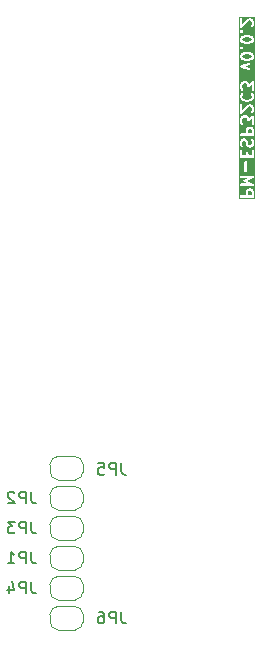
<source format=gbr>
%TF.GenerationSoftware,KiCad,Pcbnew,8.0.3-8.0.3-0~ubuntu22.04.1*%
%TF.CreationDate,2024-10-28T10:49:34+03:00*%
%TF.ProjectId,PM-ESPC3,504d2d45-5350-4433-932e-6b696361645f,rev?*%
%TF.SameCoordinates,Original*%
%TF.FileFunction,Legend,Bot*%
%TF.FilePolarity,Positive*%
%FSLAX46Y46*%
G04 Gerber Fmt 4.6, Leading zero omitted, Abs format (unit mm)*
G04 Created by KiCad (PCBNEW 8.0.3-8.0.3-0~ubuntu22.04.1) date 2024-10-28 10:49:34*
%MOMM*%
%LPD*%
G01*
G04 APERTURE LIST*
G04 Aperture macros list*
%AMFreePoly0*
4,1,19,0.500000,-0.750000,0.000000,-0.750000,0.000000,-0.744911,-0.071157,-0.744911,-0.207708,-0.704816,-0.327430,-0.627875,-0.420627,-0.520320,-0.479746,-0.390866,-0.500000,-0.250000,-0.500000,0.250000,-0.479746,0.390866,-0.420627,0.520320,-0.327430,0.627875,-0.207708,0.704816,-0.071157,0.744911,0.000000,0.744911,0.000000,0.750000,0.500000,0.750000,0.500000,-0.750000,0.500000,-0.750000,
$1*%
%AMFreePoly1*
4,1,19,0.000000,0.744911,0.071157,0.744911,0.207708,0.704816,0.327430,0.627875,0.420627,0.520320,0.479746,0.390866,0.500000,0.250000,0.500000,-0.250000,0.479746,-0.390866,0.420627,-0.520320,0.327430,-0.627875,0.207708,-0.704816,0.071157,-0.744911,0.000000,-0.744911,0.000000,-0.750000,-0.500000,-0.750000,-0.500000,0.750000,0.000000,0.750000,0.000000,0.744911,0.000000,0.744911,
$1*%
G04 Aperture macros list end*
%ADD10C,0.200000*%
%ADD11C,0.150000*%
%ADD12C,0.120000*%
%ADD13C,3.200000*%
%ADD14R,1.500000X1.500000*%
%ADD15C,1.500000*%
%ADD16O,1.000000X1.700000*%
%ADD17C,2.200000*%
%ADD18C,1.800000*%
%ADD19C,1.650000*%
%ADD20FreePoly0,0.000000*%
%ADD21FreePoly1,0.000000*%
%ADD22FreePoly0,180.000000*%
%ADD23FreePoly1,180.000000*%
G04 APERTURE END LIST*
D10*
G36*
X10551138Y5668005D02*
G01*
X10576915Y5643343D01*
X10607881Y5583704D01*
X10609128Y5323626D01*
X10283495Y5323012D01*
X10282269Y5578451D01*
X10311205Y5638598D01*
X10335867Y5664375D01*
X10395798Y5695492D01*
X10491645Y5696626D01*
X10551138Y5668005D01*
G37*
G36*
X10551138Y10906100D02*
G01*
X10576915Y10881438D01*
X10607881Y10821799D01*
X10609128Y10561721D01*
X10283495Y10561107D01*
X10282269Y10816546D01*
X10311205Y10876693D01*
X10335867Y10902470D01*
X10395798Y10933587D01*
X10491645Y10934721D01*
X10551138Y10906100D01*
G37*
G36*
X10476117Y17227906D02*
G01*
X10551138Y17191815D01*
X10576915Y17167153D01*
X10608140Y17107014D01*
X10608952Y17058549D01*
X10580544Y16999499D01*
X10555886Y16973726D01*
X10488326Y16938648D01*
X10320867Y16895196D01*
X10107376Y16893604D01*
X9939443Y16934003D01*
X9864420Y16970095D01*
X9838644Y16994755D01*
X9807419Y17054895D01*
X9806607Y17103360D01*
X9835014Y17162407D01*
X9859677Y17188185D01*
X9927232Y17223261D01*
X10094693Y17266713D01*
X10308183Y17268305D01*
X10476117Y17227906D01*
G37*
G36*
X10476117Y18656477D02*
G01*
X10551138Y18620386D01*
X10576915Y18595724D01*
X10608140Y18535585D01*
X10608952Y18487120D01*
X10580544Y18428070D01*
X10555886Y18402297D01*
X10488326Y18367219D01*
X10320867Y18323767D01*
X10107376Y18322175D01*
X9939443Y18362574D01*
X9864420Y18398666D01*
X9838644Y18423326D01*
X9807419Y18483466D01*
X9806607Y18531931D01*
X9835014Y18590978D01*
X9859677Y18616756D01*
X9927232Y18651832D01*
X10094693Y18695284D01*
X10308183Y18696876D01*
X10476117Y18656477D01*
G37*
G36*
X10918891Y5012700D02*
G01*
X9496669Y5012700D01*
X9496669Y5243320D01*
X9609701Y5243320D01*
X9609701Y5204302D01*
X9624633Y5168254D01*
X9652223Y5140664D01*
X9688271Y5125732D01*
X9707780Y5123811D01*
X10727289Y5125732D01*
X10763337Y5140664D01*
X10790927Y5168254D01*
X10805859Y5204302D01*
X10807780Y5223811D01*
X10806026Y5589351D01*
X10806995Y5592256D01*
X10805941Y5607081D01*
X10805859Y5624272D01*
X10804483Y5627593D01*
X10804229Y5631176D01*
X10797223Y5649485D01*
X10747880Y5744519D01*
X10743308Y5755559D01*
X10740152Y5759405D01*
X10739161Y5761313D01*
X10737163Y5763046D01*
X10730871Y5770712D01*
X10680770Y5818644D01*
X10673853Y5826620D01*
X10669703Y5829233D01*
X10668099Y5830767D01*
X10665659Y5831778D01*
X10657263Y5837063D01*
X10574245Y5877002D01*
X10572861Y5878386D01*
X10562111Y5882839D01*
X10543717Y5891688D01*
X10540133Y5891943D01*
X10536813Y5893318D01*
X10517304Y5895239D01*
X10389147Y5893723D01*
X10386954Y5894454D01*
X10374171Y5893546D01*
X10354938Y5893318D01*
X10351617Y5891943D01*
X10348034Y5891688D01*
X10329725Y5884682D01*
X10234691Y5835340D01*
X10223651Y5830767D01*
X10219805Y5827612D01*
X10217897Y5826620D01*
X10216164Y5824623D01*
X10208498Y5818330D01*
X10160566Y5768230D01*
X10152590Y5761312D01*
X10149977Y5757163D01*
X10148443Y5755558D01*
X10147432Y5753119D01*
X10142147Y5744722D01*
X10102208Y5661705D01*
X10100824Y5660320D01*
X10096371Y5649571D01*
X10087522Y5631176D01*
X10087267Y5627593D01*
X10085892Y5624272D01*
X10083971Y5604763D01*
X10085324Y5322639D01*
X9688271Y5321890D01*
X9652223Y5306958D01*
X9624633Y5279368D01*
X9609701Y5243320D01*
X9496669Y5243320D01*
X9496669Y6909986D01*
X9609701Y6909986D01*
X9609701Y6870968D01*
X9624633Y6834920D01*
X9652223Y6807330D01*
X9688271Y6792398D01*
X9707780Y6790477D01*
X10261769Y6791521D01*
X9955331Y6647629D01*
X9941643Y6642650D01*
X9938393Y6639675D01*
X9934340Y6637771D01*
X9924076Y6626563D01*
X9912868Y6616299D01*
X9910988Y6612272D01*
X9907989Y6608996D01*
X9902797Y6594720D01*
X9896367Y6580941D01*
X9896171Y6576501D01*
X9894654Y6572327D01*
X9895321Y6557144D01*
X9894654Y6541961D01*
X9896171Y6537788D01*
X9896367Y6533347D01*
X9902797Y6519569D01*
X9907989Y6505292D01*
X9910988Y6502017D01*
X9912868Y6497989D01*
X9924076Y6487726D01*
X9934340Y6476517D01*
X9939933Y6473204D01*
X9941643Y6471638D01*
X9944060Y6470759D01*
X9951206Y6466526D01*
X10260747Y6322969D01*
X9688271Y6321890D01*
X9652223Y6306958D01*
X9624633Y6279368D01*
X9609701Y6243320D01*
X9609701Y6204302D01*
X9624633Y6168254D01*
X9652223Y6140664D01*
X9688271Y6125732D01*
X9707780Y6123811D01*
X10706514Y6125693D01*
X10722963Y6124970D01*
X10725046Y6125728D01*
X10727289Y6125732D01*
X10743319Y6132373D01*
X10759632Y6138304D01*
X10761277Y6139811D01*
X10763337Y6140664D01*
X10775598Y6152926D01*
X10788408Y6164656D01*
X10789352Y6166680D01*
X10790927Y6168254D01*
X10797561Y6184270D01*
X10804908Y6200013D01*
X10805005Y6202243D01*
X10805859Y6204302D01*
X10805859Y6221654D01*
X10806621Y6238994D01*
X10805859Y6241090D01*
X10805859Y6243320D01*
X10799218Y6259351D01*
X10793287Y6275663D01*
X10791780Y6277309D01*
X10790927Y6279368D01*
X10778659Y6291636D01*
X10766935Y6304438D01*
X10764290Y6306005D01*
X10763337Y6306958D01*
X10761155Y6307862D01*
X10750069Y6314429D01*
X10227750Y6556667D01*
X10748330Y6801114D01*
X10763337Y6807330D01*
X10764902Y6808896D01*
X10766935Y6809850D01*
X10778659Y6822653D01*
X10790927Y6834920D01*
X10791780Y6836980D01*
X10793287Y6838625D01*
X10799218Y6854938D01*
X10805859Y6870968D01*
X10805859Y6873199D01*
X10806621Y6875294D01*
X10805859Y6892635D01*
X10805859Y6909986D01*
X10805005Y6912046D01*
X10804908Y6914275D01*
X10797561Y6930019D01*
X10790927Y6946034D01*
X10789352Y6947609D01*
X10788408Y6949632D01*
X10775598Y6961363D01*
X10763337Y6973624D01*
X10761277Y6974478D01*
X10759632Y6975984D01*
X10743319Y6981916D01*
X10727289Y6988556D01*
X10724230Y6988858D01*
X10722963Y6989318D01*
X10720603Y6989215D01*
X10707780Y6990477D01*
X9688271Y6988556D01*
X9652223Y6973624D01*
X9624633Y6946034D01*
X9609701Y6909986D01*
X9496669Y6909986D01*
X9496669Y8128572D01*
X9988733Y8128572D01*
X9990654Y7347159D01*
X10005586Y7311111D01*
X10033176Y7283521D01*
X10069224Y7268589D01*
X10108242Y7268589D01*
X10144290Y7283521D01*
X10171880Y7311111D01*
X10186812Y7347159D01*
X10188733Y7366668D01*
X10186812Y8148081D01*
X10171880Y8184129D01*
X10144290Y8211719D01*
X10108242Y8226651D01*
X10069224Y8226651D01*
X10033176Y8211719D01*
X10005586Y8184129D01*
X9990654Y8148081D01*
X9988733Y8128572D01*
X9496669Y8128572D01*
X9496669Y9080953D01*
X9607780Y9080953D01*
X9609701Y8585254D01*
X9624633Y8549206D01*
X9652223Y8521616D01*
X9688271Y8506684D01*
X9707780Y8504763D01*
X10727289Y8506684D01*
X10763337Y8521616D01*
X10790927Y8549206D01*
X10805859Y8585254D01*
X10807780Y8604763D01*
X10805859Y9100462D01*
X10790927Y9136510D01*
X10763337Y9164100D01*
X10727289Y9179032D01*
X10688271Y9179032D01*
X10652223Y9164100D01*
X10624633Y9136510D01*
X10609701Y9100462D01*
X10607780Y9080953D01*
X10609238Y8704578D01*
X10331049Y8704054D01*
X10329669Y8957605D01*
X10314737Y8993653D01*
X10287147Y9021243D01*
X10251099Y9036175D01*
X10212081Y9036175D01*
X10176033Y9021243D01*
X10148443Y8993653D01*
X10133511Y8957605D01*
X10131590Y8938096D01*
X10132866Y8703680D01*
X9807399Y8703067D01*
X9805859Y9100462D01*
X9790927Y9136510D01*
X9763337Y9164100D01*
X9727289Y9179032D01*
X9688271Y9179032D01*
X9652223Y9164100D01*
X9624633Y9136510D01*
X9609701Y9100462D01*
X9607780Y9080953D01*
X9496669Y9080953D01*
X9496669Y9842858D01*
X9607780Y9842858D01*
X9609545Y9606057D01*
X9608565Y9592255D01*
X9609685Y9587328D01*
X9609701Y9585254D01*
X9610712Y9582813D01*
X9612912Y9573140D01*
X9668524Y9412382D01*
X9694089Y9382906D01*
X9728988Y9365457D01*
X9767908Y9362691D01*
X9804924Y9375030D01*
X9834400Y9400595D01*
X9851849Y9435494D01*
X9854615Y9474414D01*
X9850268Y9493529D01*
X9807691Y9616605D01*
X9806198Y9816796D01*
X9835014Y9876692D01*
X9859677Y9902470D01*
X9919816Y9933695D01*
X9968281Y9934507D01*
X10027329Y9906100D01*
X10053106Y9881438D01*
X10088182Y9813883D01*
X10134461Y9635525D01*
X10135141Y9625969D01*
X10140732Y9611357D01*
X10141171Y9609668D01*
X10141601Y9609088D01*
X10142147Y9607661D01*
X10191487Y9512632D01*
X10196062Y9501587D01*
X10199218Y9497741D01*
X10200209Y9495833D01*
X10202203Y9494104D01*
X10208498Y9486433D01*
X10258600Y9438500D01*
X10265516Y9430525D01*
X10269665Y9427914D01*
X10271270Y9426378D01*
X10273710Y9425368D01*
X10282107Y9420082D01*
X10365124Y9380144D01*
X10366509Y9378759D01*
X10377258Y9374307D01*
X10395653Y9365457D01*
X10399236Y9365203D01*
X10402557Y9363827D01*
X10422066Y9361906D01*
X10503083Y9363263D01*
X10504797Y9362691D01*
X10515841Y9363476D01*
X10536813Y9363827D01*
X10540133Y9365203D01*
X10543717Y9365457D01*
X10562025Y9372463D01*
X10657054Y9421804D01*
X10668099Y9426378D01*
X10671945Y9429535D01*
X10673853Y9430525D01*
X10675582Y9432520D01*
X10683253Y9438814D01*
X10731186Y9488917D01*
X10739161Y9495832D01*
X10741772Y9499982D01*
X10743308Y9501586D01*
X10744318Y9504027D01*
X10749604Y9512423D01*
X10789542Y9595441D01*
X10790927Y9596825D01*
X10795379Y9607575D01*
X10804229Y9625969D01*
X10804483Y9629553D01*
X10805859Y9632873D01*
X10807780Y9652382D01*
X10806014Y9889184D01*
X10806995Y9902985D01*
X10805874Y9907913D01*
X10805859Y9909986D01*
X10804847Y9912428D01*
X10802648Y9922100D01*
X10747038Y10082857D01*
X10721473Y10112333D01*
X10686574Y10129783D01*
X10647654Y10132549D01*
X10610638Y10120211D01*
X10581162Y10094646D01*
X10563712Y10059747D01*
X10560946Y10020827D01*
X10565293Y10001711D01*
X10607868Y9878635D01*
X10609361Y9678446D01*
X10580544Y9618546D01*
X10555886Y9592773D01*
X10495743Y9561546D01*
X10447279Y9560734D01*
X10388229Y9589142D01*
X10362456Y9613800D01*
X10327378Y9681360D01*
X10281099Y9859716D01*
X10280420Y9869271D01*
X10274827Y9883887D01*
X10274390Y9885572D01*
X10273960Y9886152D01*
X10273414Y9887580D01*
X10224071Y9982614D01*
X10219499Y9993654D01*
X10216343Y9997500D01*
X10215352Y9999408D01*
X10213354Y10001141D01*
X10207062Y10008807D01*
X10156961Y10056739D01*
X10150044Y10064715D01*
X10145894Y10067328D01*
X10144290Y10068862D01*
X10141850Y10069873D01*
X10133454Y10075158D01*
X10050436Y10115097D01*
X10049052Y10116481D01*
X10038302Y10120934D01*
X10019908Y10129783D01*
X10016324Y10130038D01*
X10013004Y10131413D01*
X9993495Y10133334D01*
X9912477Y10131978D01*
X9910764Y10132549D01*
X9899719Y10131765D01*
X9878748Y10131413D01*
X9875427Y10130038D01*
X9871844Y10129783D01*
X9853535Y10122777D01*
X9758501Y10073435D01*
X9747461Y10068862D01*
X9743615Y10065707D01*
X9741707Y10064715D01*
X9739974Y10062718D01*
X9732308Y10056425D01*
X9684380Y10006330D01*
X9676401Y9999409D01*
X9673787Y9995258D01*
X9672253Y9993653D01*
X9671242Y9991214D01*
X9665958Y9982818D01*
X9626018Y9899801D01*
X9624633Y9898415D01*
X9620181Y9887669D01*
X9611331Y9869272D01*
X9611076Y9865687D01*
X9609701Y9862367D01*
X9607780Y9842858D01*
X9496669Y9842858D01*
X9496669Y10481415D01*
X9609701Y10481415D01*
X9609701Y10442397D01*
X9624633Y10406349D01*
X9652223Y10378759D01*
X9688271Y10363827D01*
X9707780Y10361906D01*
X10727289Y10363827D01*
X10763337Y10378759D01*
X10790927Y10406349D01*
X10805859Y10442397D01*
X10807780Y10461906D01*
X10806026Y10827446D01*
X10806995Y10830351D01*
X10805941Y10845176D01*
X10805859Y10862367D01*
X10804483Y10865688D01*
X10804229Y10869271D01*
X10797223Y10887580D01*
X10747880Y10982614D01*
X10743308Y10993654D01*
X10740152Y10997500D01*
X10739161Y10999408D01*
X10737163Y11001141D01*
X10730871Y11008807D01*
X10680770Y11056739D01*
X10673853Y11064715D01*
X10669703Y11067328D01*
X10668099Y11068862D01*
X10665659Y11069873D01*
X10657263Y11075158D01*
X10574245Y11115097D01*
X10572861Y11116481D01*
X10562111Y11120934D01*
X10543717Y11129783D01*
X10540133Y11130038D01*
X10536813Y11131413D01*
X10517304Y11133334D01*
X10389147Y11131818D01*
X10386954Y11132549D01*
X10374171Y11131641D01*
X10354938Y11131413D01*
X10351617Y11130038D01*
X10348034Y11129783D01*
X10329725Y11122777D01*
X10234691Y11073435D01*
X10223651Y11068862D01*
X10219805Y11065707D01*
X10217897Y11064715D01*
X10216164Y11062718D01*
X10208498Y11056425D01*
X10160566Y11006325D01*
X10152590Y10999407D01*
X10149977Y10995258D01*
X10148443Y10993653D01*
X10147432Y10991214D01*
X10142147Y10982817D01*
X10102208Y10899800D01*
X10100824Y10898415D01*
X10096371Y10887666D01*
X10087522Y10869271D01*
X10087267Y10865688D01*
X10085892Y10862367D01*
X10083971Y10842858D01*
X10085324Y10560734D01*
X9688271Y10559985D01*
X9652223Y10545053D01*
X9624633Y10517463D01*
X9609701Y10481415D01*
X9496669Y10481415D01*
X9496669Y11795239D01*
X9607780Y11795239D01*
X9609482Y11524783D01*
X9608565Y11522031D01*
X9609590Y11507605D01*
X9609701Y11490016D01*
X9611076Y11486697D01*
X9611331Y11483111D01*
X9618338Y11464803D01*
X9667678Y11369774D01*
X9672253Y11358730D01*
X9675409Y11354884D01*
X9676401Y11352974D01*
X9678397Y11351243D01*
X9684689Y11343576D01*
X9747461Y11283521D01*
X9783510Y11268590D01*
X9822528Y11268590D01*
X9858576Y11283521D01*
X9886166Y11311111D01*
X9901097Y11347159D01*
X9901097Y11386177D01*
X9886166Y11422226D01*
X9873729Y11437379D01*
X9838644Y11470945D01*
X9807647Y11530646D01*
X9806146Y11769068D01*
X9835014Y11829073D01*
X9859677Y11854851D01*
X9919425Y11885873D01*
X10110288Y11887297D01*
X10170186Y11858481D01*
X10195963Y11833819D01*
X10227080Y11773888D01*
X10228520Y11652211D01*
X10227669Y11639440D01*
X10228707Y11636369D01*
X10228749Y11632873D01*
X10234964Y11617868D01*
X10240169Y11602479D01*
X10242390Y11599940D01*
X10243681Y11596825D01*
X10255165Y11585341D01*
X10265863Y11573115D01*
X10268886Y11571620D01*
X10271271Y11569235D01*
X10286277Y11563019D01*
X10300838Y11555818D01*
X10304203Y11555594D01*
X10307319Y11554303D01*
X10323567Y11554303D01*
X10339770Y11553223D01*
X10342963Y11554303D01*
X10346337Y11554303D01*
X10361342Y11560519D01*
X10376731Y11565723D01*
X10380621Y11568505D01*
X10382385Y11569235D01*
X10384244Y11571095D01*
X10392678Y11577124D01*
X10608437Y11767310D01*
X10609701Y11347159D01*
X10624633Y11311111D01*
X10652223Y11283521D01*
X10688271Y11268589D01*
X10727289Y11268589D01*
X10763337Y11283521D01*
X10790927Y11311111D01*
X10805859Y11347159D01*
X10807780Y11366668D01*
X10805924Y11983438D01*
X10806939Y11998657D01*
X10805869Y12001821D01*
X10805859Y12005224D01*
X10799644Y12020228D01*
X10794439Y12035619D01*
X10792216Y12038159D01*
X10790927Y12041272D01*
X10779449Y12052750D01*
X10768745Y12064983D01*
X10765720Y12066479D01*
X10763337Y12068862D01*
X10748335Y12075077D01*
X10733770Y12082279D01*
X10730404Y12082504D01*
X10727289Y12083794D01*
X10711041Y12083794D01*
X10694838Y12084874D01*
X10691645Y12083794D01*
X10688271Y12083794D01*
X10673265Y12077579D01*
X10657877Y12072374D01*
X10653986Y12069593D01*
X10652223Y12068862D01*
X10650363Y12067003D01*
X10641930Y12060973D01*
X10408399Y11855122D01*
X10366928Y11934995D01*
X10362356Y11946035D01*
X10359200Y11949881D01*
X10358209Y11951789D01*
X10356211Y11953522D01*
X10349919Y11961188D01*
X10299818Y12009120D01*
X10292901Y12017096D01*
X10288751Y12019709D01*
X10287147Y12021243D01*
X10284707Y12022254D01*
X10276311Y12027539D01*
X10193293Y12067478D01*
X10191909Y12068862D01*
X10181159Y12073315D01*
X10162765Y12082164D01*
X10159181Y12082419D01*
X10155861Y12083794D01*
X10136352Y12085715D01*
X9913396Y12084053D01*
X9910764Y12084930D01*
X9896658Y12083928D01*
X9878748Y12083794D01*
X9875427Y12082419D01*
X9871844Y12082164D01*
X9853535Y12075158D01*
X9758501Y12025816D01*
X9747461Y12021243D01*
X9743615Y12018088D01*
X9741707Y12017096D01*
X9739974Y12015099D01*
X9732308Y12008806D01*
X9684380Y11958711D01*
X9676401Y11951790D01*
X9673787Y11947639D01*
X9672253Y11946034D01*
X9671242Y11943595D01*
X9665958Y11935199D01*
X9626018Y11852182D01*
X9624633Y11850796D01*
X9620181Y11840050D01*
X9611331Y11821653D01*
X9611076Y11818068D01*
X9609701Y11814748D01*
X9607780Y11795239D01*
X9496669Y11795239D01*
X9496669Y12938096D01*
X9607780Y12938096D01*
X9609701Y12299540D01*
X9624633Y12263492D01*
X9652223Y12235902D01*
X9688271Y12220970D01*
X9727289Y12220970D01*
X9763337Y12235902D01*
X9778491Y12248338D01*
X10329736Y12802149D01*
X10434242Y12838300D01*
X10492090Y12839269D01*
X10551138Y12810862D01*
X10576915Y12786200D01*
X10607937Y12726452D01*
X10609361Y12535589D01*
X10580544Y12475689D01*
X10529395Y12422225D01*
X10514463Y12386177D01*
X10514463Y12347159D01*
X10529395Y12311111D01*
X10556985Y12283521D01*
X10593033Y12268589D01*
X10632051Y12268589D01*
X10668099Y12283521D01*
X10683253Y12295957D01*
X10731186Y12346060D01*
X10739161Y12352975D01*
X10741772Y12357125D01*
X10743308Y12358729D01*
X10744318Y12361170D01*
X10749604Y12369566D01*
X10789542Y12452584D01*
X10790927Y12453968D01*
X10795379Y12464718D01*
X10804229Y12483112D01*
X10804483Y12486696D01*
X10805859Y12490016D01*
X10807780Y12509525D01*
X10806117Y12732481D01*
X10806995Y12735113D01*
X10805992Y12749219D01*
X10805859Y12767129D01*
X10804483Y12770450D01*
X10804229Y12774033D01*
X10797223Y12792342D01*
X10747880Y12887376D01*
X10743308Y12898416D01*
X10740152Y12902262D01*
X10739161Y12904170D01*
X10737163Y12905903D01*
X10730871Y12913569D01*
X10680770Y12961501D01*
X10673853Y12969477D01*
X10669703Y12972090D01*
X10668099Y12973624D01*
X10665659Y12974635D01*
X10657263Y12979920D01*
X10574245Y13019859D01*
X10572861Y13021243D01*
X10562111Y13025696D01*
X10543717Y13034545D01*
X10540133Y13034800D01*
X10536813Y13036175D01*
X10517304Y13038096D01*
X10421160Y13036487D01*
X10409558Y13037311D01*
X10404722Y13036212D01*
X10402557Y13036175D01*
X10400115Y13035164D01*
X10390443Y13032964D01*
X10262069Y12988556D01*
X10259700Y12988556D01*
X10247703Y12983587D01*
X10229686Y12977354D01*
X10226970Y12974999D01*
X10223652Y12973624D01*
X10208498Y12961188D01*
X9807061Y12557884D01*
X9805859Y12957605D01*
X9790927Y12993653D01*
X9763337Y13021243D01*
X9727289Y13036175D01*
X9688271Y13036175D01*
X9652223Y13021243D01*
X9624633Y12993653D01*
X9609701Y12957605D01*
X9607780Y12938096D01*
X9496669Y12938096D01*
X9496669Y13747620D01*
X9607780Y13747620D01*
X9609389Y13651477D01*
X9608565Y13639874D01*
X9609664Y13635039D01*
X9609701Y13632873D01*
X9610712Y13630432D01*
X9612912Y13620759D01*
X9657321Y13492386D01*
X9657321Y13490016D01*
X9662293Y13478013D01*
X9668524Y13460001D01*
X9670878Y13457287D01*
X9672253Y13453968D01*
X9684689Y13438814D01*
X9781073Y13344803D01*
X9789326Y13335287D01*
X9793564Y13332620D01*
X9795081Y13331140D01*
X9797518Y13330131D01*
X9805917Y13324844D01*
X9896188Y13281416D01*
X9903162Y13276249D01*
X9917796Y13271021D01*
X9919463Y13270219D01*
X9920183Y13270168D01*
X9921622Y13269654D01*
X10106934Y13225075D01*
X10116843Y13220970D01*
X10128952Y13219778D01*
X10131491Y13219167D01*
X10132949Y13219385D01*
X10136352Y13219049D01*
X10273925Y13220677D01*
X10284070Y13219167D01*
X10296048Y13220939D01*
X10298718Y13220970D01*
X10300081Y13221535D01*
X10303463Y13222035D01*
X10486542Y13269540D01*
X10496098Y13270219D01*
X10510710Y13275811D01*
X10512399Y13276249D01*
X10512979Y13276680D01*
X10514406Y13277225D01*
X10609435Y13326566D01*
X10620480Y13331140D01*
X10624326Y13334297D01*
X10626234Y13335287D01*
X10627963Y13337282D01*
X10635634Y13343576D01*
X10719462Y13429521D01*
X10721473Y13430526D01*
X10729738Y13440056D01*
X10743308Y13453968D01*
X10744682Y13457287D01*
X10747038Y13460002D01*
X10755029Y13477902D01*
X10800935Y13620987D01*
X10805859Y13632873D01*
X10806350Y13637866D01*
X10806995Y13639874D01*
X10806807Y13642509D01*
X10807780Y13652382D01*
X10806170Y13748526D01*
X10806995Y13760128D01*
X10805895Y13764964D01*
X10805859Y13767129D01*
X10804847Y13769571D01*
X10802648Y13779243D01*
X10758239Y13907621D01*
X10758239Y13909986D01*
X10753273Y13921976D01*
X10747038Y13940000D01*
X10744682Y13942716D01*
X10743308Y13946035D01*
X10730871Y13961188D01*
X10668099Y14021243D01*
X10632051Y14036175D01*
X10593033Y14036175D01*
X10556985Y14021243D01*
X10529395Y13993653D01*
X10514463Y13957605D01*
X10514463Y13918587D01*
X10529395Y13882539D01*
X10541831Y13867385D01*
X10572487Y13838056D01*
X10607983Y13735444D01*
X10609046Y13671957D01*
X10574801Y13565218D01*
X10509314Y13498078D01*
X10440707Y13462457D01*
X10273142Y13418978D01*
X10154334Y13417572D01*
X9987062Y13457812D01*
X9912392Y13493734D01*
X9843386Y13561042D01*
X9807576Y13664558D01*
X9806513Y13728045D01*
X9840901Y13835226D01*
X9886166Y13882538D01*
X9901097Y13918587D01*
X9901097Y13957605D01*
X9886166Y13993653D01*
X9858576Y14021243D01*
X9822528Y14036174D01*
X9783510Y14036174D01*
X9747461Y14021243D01*
X9732308Y14008806D01*
X9695224Y13970045D01*
X9694089Y13969477D01*
X9688342Y13962852D01*
X9672253Y13946034D01*
X9670878Y13942716D01*
X9668524Y13940001D01*
X9660532Y13922101D01*
X9614625Y13779017D01*
X9609701Y13767129D01*
X9609209Y13762137D01*
X9608565Y13760128D01*
X9608752Y13757494D01*
X9607780Y13747620D01*
X9496669Y13747620D01*
X9496669Y14700001D01*
X9607780Y14700001D01*
X9609482Y14429545D01*
X9608565Y14426793D01*
X9609590Y14412367D01*
X9609701Y14394778D01*
X9611076Y14391459D01*
X9611331Y14387873D01*
X9618338Y14369565D01*
X9667678Y14274536D01*
X9672253Y14263492D01*
X9675409Y14259646D01*
X9676401Y14257736D01*
X9678397Y14256005D01*
X9684689Y14248338D01*
X9747461Y14188283D01*
X9783510Y14173352D01*
X9822528Y14173352D01*
X9858576Y14188283D01*
X9886166Y14215873D01*
X9901097Y14251921D01*
X9901097Y14290939D01*
X9886166Y14326988D01*
X9873729Y14342141D01*
X9838644Y14375707D01*
X9807647Y14435408D01*
X9806146Y14673830D01*
X9835014Y14733835D01*
X9859677Y14759613D01*
X9919425Y14790635D01*
X10110288Y14792059D01*
X10170186Y14763243D01*
X10195963Y14738581D01*
X10227080Y14678650D01*
X10228520Y14556973D01*
X10227669Y14544202D01*
X10228707Y14541131D01*
X10228749Y14537635D01*
X10234964Y14522630D01*
X10240169Y14507241D01*
X10242390Y14504702D01*
X10243681Y14501587D01*
X10255165Y14490103D01*
X10265863Y14477877D01*
X10268886Y14476382D01*
X10271271Y14473997D01*
X10286277Y14467781D01*
X10300838Y14460580D01*
X10304203Y14460356D01*
X10307319Y14459065D01*
X10323567Y14459065D01*
X10339770Y14457985D01*
X10342963Y14459065D01*
X10346337Y14459065D01*
X10361342Y14465281D01*
X10376731Y14470485D01*
X10380621Y14473267D01*
X10382385Y14473997D01*
X10384244Y14475857D01*
X10392678Y14481886D01*
X10608437Y14672072D01*
X10609701Y14251921D01*
X10624633Y14215873D01*
X10652223Y14188283D01*
X10688271Y14173351D01*
X10727289Y14173351D01*
X10763337Y14188283D01*
X10790927Y14215873D01*
X10805859Y14251921D01*
X10807780Y14271430D01*
X10805924Y14888200D01*
X10806939Y14903419D01*
X10805869Y14906583D01*
X10805859Y14909986D01*
X10799644Y14924990D01*
X10794439Y14940381D01*
X10792216Y14942921D01*
X10790927Y14946034D01*
X10779449Y14957512D01*
X10768745Y14969745D01*
X10765720Y14971241D01*
X10763337Y14973624D01*
X10748335Y14979839D01*
X10733770Y14987041D01*
X10730404Y14987266D01*
X10727289Y14988556D01*
X10711041Y14988556D01*
X10694838Y14989636D01*
X10691645Y14988556D01*
X10688271Y14988556D01*
X10673265Y14982341D01*
X10657877Y14977136D01*
X10653986Y14974355D01*
X10652223Y14973624D01*
X10650363Y14971765D01*
X10641930Y14965735D01*
X10408399Y14759884D01*
X10366928Y14839757D01*
X10362356Y14850797D01*
X10359200Y14854643D01*
X10358209Y14856551D01*
X10356211Y14858284D01*
X10349919Y14865950D01*
X10299818Y14913882D01*
X10292901Y14921858D01*
X10288751Y14924471D01*
X10287147Y14926005D01*
X10284707Y14927016D01*
X10276311Y14932301D01*
X10193293Y14972240D01*
X10191909Y14973624D01*
X10181159Y14978077D01*
X10162765Y14986926D01*
X10159181Y14987181D01*
X10155861Y14988556D01*
X10136352Y14990477D01*
X9913396Y14988815D01*
X9910764Y14989692D01*
X9896658Y14988690D01*
X9878748Y14988556D01*
X9875427Y14987181D01*
X9871844Y14986926D01*
X9853535Y14979920D01*
X9758501Y14930578D01*
X9747461Y14926005D01*
X9743615Y14922850D01*
X9741707Y14921858D01*
X9739974Y14919861D01*
X9732308Y14913568D01*
X9684380Y14863473D01*
X9676401Y14856552D01*
X9673787Y14852401D01*
X9672253Y14850796D01*
X9671242Y14848357D01*
X9665958Y14839961D01*
X9626018Y14756944D01*
X9624633Y14755558D01*
X9620181Y14744812D01*
X9611331Y14726415D01*
X9611076Y14722830D01*
X9609701Y14719510D01*
X9607780Y14700001D01*
X9496669Y14700001D01*
X9496669Y16238426D01*
X9608853Y16238426D01*
X9609579Y16223811D01*
X9608853Y16209196D01*
X9610541Y16204468D01*
X9610791Y16199456D01*
X9617052Y16186238D01*
X9621976Y16172451D01*
X9625346Y16168729D01*
X9627494Y16164194D01*
X9638342Y16154374D01*
X9648163Y16143525D01*
X9652697Y16141378D01*
X9656420Y16138007D01*
X9674146Y16129637D01*
X10359832Y15886789D01*
X10398802Y15888727D01*
X10434064Y15905430D01*
X10460250Y15934356D01*
X10473373Y15971101D01*
X10471436Y16010071D01*
X10454732Y16045333D01*
X10425807Y16071520D01*
X10408080Y16079890D01*
X10002323Y16223597D01*
X10425807Y16376102D01*
X10454732Y16402289D01*
X10471436Y16437551D01*
X10473373Y16476521D01*
X10460250Y16513266D01*
X10434064Y16542192D01*
X10398802Y16558895D01*
X10359832Y16560833D01*
X10340813Y16556080D01*
X9688128Y16321034D01*
X9683425Y16320800D01*
X9670569Y16314711D01*
X9656420Y16309615D01*
X9652697Y16306245D01*
X9648163Y16304097D01*
X9638342Y16293249D01*
X9627494Y16283428D01*
X9625346Y16278894D01*
X9621976Y16275171D01*
X9617052Y16261385D01*
X9610791Y16248166D01*
X9610541Y16243155D01*
X9608853Y16238426D01*
X9496669Y16238426D01*
X9496669Y17128573D01*
X9607780Y17128573D01*
X9609136Y17047556D01*
X9608565Y17045841D01*
X9609349Y17034797D01*
X9609701Y17013826D01*
X9611076Y17010507D01*
X9611331Y17006921D01*
X9618338Y16988613D01*
X9667678Y16893584D01*
X9672253Y16882540D01*
X9675409Y16878694D01*
X9676401Y16876784D01*
X9678397Y16875053D01*
X9684689Y16867386D01*
X9734791Y16819453D01*
X9741707Y16811478D01*
X9745856Y16808867D01*
X9747461Y16807331D01*
X9749901Y16806321D01*
X9758298Y16801035D01*
X9848569Y16757607D01*
X9855543Y16752440D01*
X9870177Y16747212D01*
X9871844Y16746410D01*
X9872564Y16746359D01*
X9874003Y16745845D01*
X10059315Y16701266D01*
X10069224Y16697161D01*
X10081333Y16695969D01*
X10083872Y16695358D01*
X10085330Y16695576D01*
X10088733Y16695240D01*
X10320850Y16696971D01*
X10331689Y16695358D01*
X10343750Y16697142D01*
X10346337Y16697161D01*
X10347700Y16697726D01*
X10351082Y16698226D01*
X10534161Y16745731D01*
X10543717Y16746410D01*
X10558329Y16752002D01*
X10560018Y16752440D01*
X10560598Y16752871D01*
X10562025Y16753416D01*
X10657054Y16802757D01*
X10668099Y16807331D01*
X10671945Y16810488D01*
X10673853Y16811478D01*
X10675582Y16813473D01*
X10683253Y16819767D01*
X10731186Y16869870D01*
X10739161Y16876785D01*
X10741772Y16880935D01*
X10743308Y16882539D01*
X10744318Y16884980D01*
X10749604Y16893376D01*
X10789542Y16976394D01*
X10790927Y16977778D01*
X10795379Y16988528D01*
X10804229Y17006922D01*
X10804483Y17010506D01*
X10805859Y17013826D01*
X10807780Y17033335D01*
X10806423Y17114353D01*
X10806995Y17116066D01*
X10806210Y17127111D01*
X10805859Y17148082D01*
X10804483Y17151403D01*
X10804229Y17154986D01*
X10797223Y17173295D01*
X10747880Y17268329D01*
X10743308Y17279369D01*
X10740152Y17283215D01*
X10739161Y17285123D01*
X10737163Y17286856D01*
X10730871Y17294522D01*
X10680770Y17342454D01*
X10673853Y17350430D01*
X10669703Y17353043D01*
X10668099Y17354577D01*
X10665659Y17355588D01*
X10657263Y17360873D01*
X10566991Y17404302D01*
X10560018Y17409468D01*
X10545385Y17414696D01*
X10543717Y17415498D01*
X10542994Y17415550D01*
X10541557Y17416063D01*
X10356246Y17460643D01*
X10346337Y17464747D01*
X10334227Y17465940D01*
X10331689Y17466550D01*
X10330230Y17466333D01*
X10326828Y17466668D01*
X10094710Y17464938D01*
X10083872Y17466550D01*
X10071810Y17464767D01*
X10069224Y17464747D01*
X10067860Y17464183D01*
X10064479Y17463682D01*
X9881399Y17416178D01*
X9871844Y17415498D01*
X9857228Y17409906D01*
X9855543Y17409468D01*
X9854963Y17409039D01*
X9853535Y17408492D01*
X9758501Y17359150D01*
X9747461Y17354577D01*
X9743615Y17351422D01*
X9741707Y17350430D01*
X9739974Y17348433D01*
X9732308Y17342140D01*
X9684380Y17292045D01*
X9676401Y17285124D01*
X9673787Y17280973D01*
X9672253Y17279368D01*
X9671242Y17276929D01*
X9665958Y17268533D01*
X9626018Y17185516D01*
X9624633Y17184130D01*
X9620181Y17173384D01*
X9611331Y17154987D01*
X9611076Y17151402D01*
X9609701Y17148082D01*
X9607780Y17128573D01*
X9496669Y17128573D01*
X9496669Y17814749D01*
X9609701Y17814749D01*
X9609701Y17775731D01*
X9611185Y17772148D01*
X9624632Y17739683D01*
X9624633Y17739682D01*
X9637070Y17724529D01*
X9699843Y17664473D01*
X9725333Y17653916D01*
X9735891Y17649542D01*
X9735892Y17649542D01*
X9774909Y17649542D01*
X9796026Y17658290D01*
X9810958Y17664474D01*
X9810962Y17664479D01*
X9826111Y17676910D01*
X9886166Y17739682D01*
X9897535Y17767130D01*
X9901098Y17775731D01*
X9901098Y17814749D01*
X9886166Y17850797D01*
X9886166Y17850798D01*
X9873729Y17865951D01*
X9810980Y17925984D01*
X9810958Y17926006D01*
X9796026Y17932191D01*
X9774909Y17940938D01*
X9735891Y17940938D01*
X9725333Y17936565D01*
X9699843Y17926007D01*
X9684690Y17913570D01*
X9624633Y17850798D01*
X9624632Y17850797D01*
X9614074Y17825307D01*
X9609701Y17814749D01*
X9496669Y17814749D01*
X9496669Y18557144D01*
X9607780Y18557144D01*
X9609136Y18476127D01*
X9608565Y18474412D01*
X9609349Y18463368D01*
X9609701Y18442397D01*
X9611076Y18439078D01*
X9611331Y18435492D01*
X9618338Y18417184D01*
X9667678Y18322155D01*
X9672253Y18311111D01*
X9675409Y18307265D01*
X9676401Y18305355D01*
X9678397Y18303624D01*
X9684689Y18295957D01*
X9734791Y18248024D01*
X9741707Y18240049D01*
X9745856Y18237438D01*
X9747461Y18235902D01*
X9749901Y18234892D01*
X9758298Y18229606D01*
X9848569Y18186178D01*
X9855543Y18181011D01*
X9870177Y18175783D01*
X9871844Y18174981D01*
X9872564Y18174930D01*
X9874003Y18174416D01*
X10059315Y18129837D01*
X10069224Y18125732D01*
X10081333Y18124540D01*
X10083872Y18123929D01*
X10085330Y18124147D01*
X10088733Y18123811D01*
X10320850Y18125542D01*
X10331689Y18123929D01*
X10343750Y18125713D01*
X10346337Y18125732D01*
X10347700Y18126297D01*
X10351082Y18126797D01*
X10534161Y18174302D01*
X10543717Y18174981D01*
X10558329Y18180573D01*
X10560018Y18181011D01*
X10560598Y18181442D01*
X10562025Y18181987D01*
X10657054Y18231328D01*
X10668099Y18235902D01*
X10671945Y18239059D01*
X10673853Y18240049D01*
X10675582Y18242044D01*
X10683253Y18248338D01*
X10731186Y18298441D01*
X10739161Y18305356D01*
X10741772Y18309506D01*
X10743308Y18311110D01*
X10744318Y18313551D01*
X10749604Y18321947D01*
X10789542Y18404965D01*
X10790927Y18406349D01*
X10795379Y18417099D01*
X10804229Y18435493D01*
X10804483Y18439077D01*
X10805859Y18442397D01*
X10807780Y18461906D01*
X10806423Y18542924D01*
X10806995Y18544637D01*
X10806210Y18555682D01*
X10805859Y18576653D01*
X10804483Y18579974D01*
X10804229Y18583557D01*
X10797223Y18601866D01*
X10747880Y18696900D01*
X10743308Y18707940D01*
X10740152Y18711786D01*
X10739161Y18713694D01*
X10737163Y18715427D01*
X10730871Y18723093D01*
X10680770Y18771025D01*
X10673853Y18779001D01*
X10669703Y18781614D01*
X10668099Y18783148D01*
X10665659Y18784159D01*
X10657263Y18789444D01*
X10566991Y18832873D01*
X10560018Y18838039D01*
X10545385Y18843267D01*
X10543717Y18844069D01*
X10542994Y18844121D01*
X10541557Y18844634D01*
X10356246Y18889214D01*
X10346337Y18893318D01*
X10334227Y18894511D01*
X10331689Y18895121D01*
X10330230Y18894904D01*
X10326828Y18895239D01*
X10094710Y18893509D01*
X10083872Y18895121D01*
X10071810Y18893338D01*
X10069224Y18893318D01*
X10067860Y18892754D01*
X10064479Y18892253D01*
X9881399Y18844749D01*
X9871844Y18844069D01*
X9857228Y18838477D01*
X9855543Y18838039D01*
X9854963Y18837610D01*
X9853535Y18837063D01*
X9758501Y18787721D01*
X9747461Y18783148D01*
X9743615Y18779993D01*
X9741707Y18779001D01*
X9739974Y18777004D01*
X9732308Y18770711D01*
X9684380Y18720616D01*
X9676401Y18713695D01*
X9673787Y18709544D01*
X9672253Y18707939D01*
X9671242Y18705500D01*
X9665958Y18697104D01*
X9626018Y18614087D01*
X9624633Y18612701D01*
X9620181Y18601955D01*
X9611331Y18583558D01*
X9611076Y18579973D01*
X9609701Y18576653D01*
X9607780Y18557144D01*
X9496669Y18557144D01*
X9496669Y19243320D01*
X9609701Y19243320D01*
X9609701Y19204302D01*
X9611185Y19200719D01*
X9624632Y19168254D01*
X9624633Y19168253D01*
X9637070Y19153100D01*
X9699843Y19093044D01*
X9725333Y19082487D01*
X9735891Y19078113D01*
X9735892Y19078113D01*
X9774909Y19078113D01*
X9796026Y19086861D01*
X9810958Y19093045D01*
X9810962Y19093050D01*
X9826111Y19105481D01*
X9886166Y19168253D01*
X9897535Y19195701D01*
X9901098Y19204302D01*
X9901098Y19243320D01*
X9886166Y19279368D01*
X9886166Y19279369D01*
X9873729Y19294522D01*
X9810980Y19354555D01*
X9810958Y19354577D01*
X9796026Y19360762D01*
X9774909Y19369509D01*
X9735891Y19369509D01*
X9725333Y19365136D01*
X9699843Y19354578D01*
X9684690Y19342141D01*
X9624633Y19279369D01*
X9624632Y19279368D01*
X9614074Y19253878D01*
X9609701Y19243320D01*
X9496669Y19243320D01*
X9496669Y20223810D01*
X9607780Y20223810D01*
X9609701Y19585254D01*
X9624633Y19549206D01*
X9652223Y19521616D01*
X9688271Y19506684D01*
X9727289Y19506684D01*
X9763337Y19521616D01*
X9778491Y19534052D01*
X10329736Y20087863D01*
X10434242Y20124014D01*
X10492090Y20124983D01*
X10551138Y20096576D01*
X10576915Y20071914D01*
X10607937Y20012166D01*
X10609361Y19821303D01*
X10580544Y19761403D01*
X10529395Y19707939D01*
X10514463Y19671891D01*
X10514463Y19632873D01*
X10529395Y19596825D01*
X10556985Y19569235D01*
X10593033Y19554303D01*
X10632051Y19554303D01*
X10668099Y19569235D01*
X10683253Y19581671D01*
X10731186Y19631774D01*
X10739161Y19638689D01*
X10741772Y19642839D01*
X10743308Y19644443D01*
X10744318Y19646884D01*
X10749604Y19655280D01*
X10789542Y19738298D01*
X10790927Y19739682D01*
X10795379Y19750432D01*
X10804229Y19768826D01*
X10804483Y19772410D01*
X10805859Y19775730D01*
X10807780Y19795239D01*
X10806117Y20018195D01*
X10806995Y20020827D01*
X10805992Y20034933D01*
X10805859Y20052843D01*
X10804483Y20056164D01*
X10804229Y20059747D01*
X10797223Y20078056D01*
X10747880Y20173090D01*
X10743308Y20184130D01*
X10740152Y20187976D01*
X10739161Y20189884D01*
X10737163Y20191617D01*
X10730871Y20199283D01*
X10680770Y20247215D01*
X10673853Y20255191D01*
X10669703Y20257804D01*
X10668099Y20259338D01*
X10665659Y20260349D01*
X10657263Y20265634D01*
X10574245Y20305573D01*
X10572861Y20306957D01*
X10562111Y20311410D01*
X10543717Y20320259D01*
X10540133Y20320514D01*
X10536813Y20321889D01*
X10517304Y20323810D01*
X10421160Y20322201D01*
X10409558Y20323025D01*
X10404722Y20321926D01*
X10402557Y20321889D01*
X10400115Y20320878D01*
X10390443Y20318678D01*
X10262069Y20274270D01*
X10259700Y20274270D01*
X10247703Y20269301D01*
X10229686Y20263068D01*
X10226970Y20260713D01*
X10223652Y20259338D01*
X10208498Y20246902D01*
X9807061Y19843598D01*
X9805859Y20243319D01*
X9790927Y20279367D01*
X9763337Y20306957D01*
X9727289Y20321889D01*
X9688271Y20321889D01*
X9652223Y20306957D01*
X9624633Y20279367D01*
X9609701Y20243319D01*
X9607780Y20223810D01*
X9496669Y20223810D01*
X9496669Y20434921D01*
X10918891Y20434921D01*
X10918891Y5012700D01*
G37*
D11*
X-436667Y-17334819D02*
X-436667Y-18049104D01*
X-436667Y-18049104D02*
X-389048Y-18191961D01*
X-389048Y-18191961D02*
X-293810Y-18287200D01*
X-293810Y-18287200D02*
X-150953Y-18334819D01*
X-150953Y-18334819D02*
X-55715Y-18334819D01*
X-912858Y-18334819D02*
X-912858Y-17334819D01*
X-912858Y-17334819D02*
X-1293810Y-17334819D01*
X-1293810Y-17334819D02*
X-1389048Y-17382438D01*
X-1389048Y-17382438D02*
X-1436667Y-17430057D01*
X-1436667Y-17430057D02*
X-1484286Y-17525295D01*
X-1484286Y-17525295D02*
X-1484286Y-17668152D01*
X-1484286Y-17668152D02*
X-1436667Y-17763390D01*
X-1436667Y-17763390D02*
X-1389048Y-17811009D01*
X-1389048Y-17811009D02*
X-1293810Y-17858628D01*
X-1293810Y-17858628D02*
X-912858Y-17858628D01*
X-2389048Y-17334819D02*
X-1912858Y-17334819D01*
X-1912858Y-17334819D02*
X-1865239Y-17811009D01*
X-1865239Y-17811009D02*
X-1912858Y-17763390D01*
X-1912858Y-17763390D02*
X-2008096Y-17715771D01*
X-2008096Y-17715771D02*
X-2246191Y-17715771D01*
X-2246191Y-17715771D02*
X-2341429Y-17763390D01*
X-2341429Y-17763390D02*
X-2389048Y-17811009D01*
X-2389048Y-17811009D02*
X-2436667Y-17906247D01*
X-2436667Y-17906247D02*
X-2436667Y-18144342D01*
X-2436667Y-18144342D02*
X-2389048Y-18239580D01*
X-2389048Y-18239580D02*
X-2341429Y-18287200D01*
X-2341429Y-18287200D02*
X-2246191Y-18334819D01*
X-2246191Y-18334819D02*
X-2008096Y-18334819D01*
X-2008096Y-18334819D02*
X-1912858Y-18287200D01*
X-1912858Y-18287200D02*
X-1865239Y-18239580D01*
X-8056667Y-27394819D02*
X-8056667Y-28109104D01*
X-8056667Y-28109104D02*
X-8009048Y-28251961D01*
X-8009048Y-28251961D02*
X-7913810Y-28347200D01*
X-7913810Y-28347200D02*
X-7770953Y-28394819D01*
X-7770953Y-28394819D02*
X-7675715Y-28394819D01*
X-8532858Y-28394819D02*
X-8532858Y-27394819D01*
X-8532858Y-27394819D02*
X-8913810Y-27394819D01*
X-8913810Y-27394819D02*
X-9009048Y-27442438D01*
X-9009048Y-27442438D02*
X-9056667Y-27490057D01*
X-9056667Y-27490057D02*
X-9104286Y-27585295D01*
X-9104286Y-27585295D02*
X-9104286Y-27728152D01*
X-9104286Y-27728152D02*
X-9056667Y-27823390D01*
X-9056667Y-27823390D02*
X-9009048Y-27871009D01*
X-9009048Y-27871009D02*
X-8913810Y-27918628D01*
X-8913810Y-27918628D02*
X-8532858Y-27918628D01*
X-9961429Y-27728152D02*
X-9961429Y-28394819D01*
X-9723334Y-27347200D02*
X-9485239Y-28061485D01*
X-9485239Y-28061485D02*
X-10104286Y-28061485D01*
X-8056667Y-19774819D02*
X-8056667Y-20489104D01*
X-8056667Y-20489104D02*
X-8009048Y-20631961D01*
X-8009048Y-20631961D02*
X-7913810Y-20727200D01*
X-7913810Y-20727200D02*
X-7770953Y-20774819D01*
X-7770953Y-20774819D02*
X-7675715Y-20774819D01*
X-8532858Y-20774819D02*
X-8532858Y-19774819D01*
X-8532858Y-19774819D02*
X-8913810Y-19774819D01*
X-8913810Y-19774819D02*
X-9009048Y-19822438D01*
X-9009048Y-19822438D02*
X-9056667Y-19870057D01*
X-9056667Y-19870057D02*
X-9104286Y-19965295D01*
X-9104286Y-19965295D02*
X-9104286Y-20108152D01*
X-9104286Y-20108152D02*
X-9056667Y-20203390D01*
X-9056667Y-20203390D02*
X-9009048Y-20251009D01*
X-9009048Y-20251009D02*
X-8913810Y-20298628D01*
X-8913810Y-20298628D02*
X-8532858Y-20298628D01*
X-9485239Y-19870057D02*
X-9532858Y-19822438D01*
X-9532858Y-19822438D02*
X-9628096Y-19774819D01*
X-9628096Y-19774819D02*
X-9866191Y-19774819D01*
X-9866191Y-19774819D02*
X-9961429Y-19822438D01*
X-9961429Y-19822438D02*
X-10009048Y-19870057D01*
X-10009048Y-19870057D02*
X-10056667Y-19965295D01*
X-10056667Y-19965295D02*
X-10056667Y-20060533D01*
X-10056667Y-20060533D02*
X-10009048Y-20203390D01*
X-10009048Y-20203390D02*
X-9437620Y-20774819D01*
X-9437620Y-20774819D02*
X-10056667Y-20774819D01*
X-8056667Y-24854819D02*
X-8056667Y-25569104D01*
X-8056667Y-25569104D02*
X-8009048Y-25711961D01*
X-8009048Y-25711961D02*
X-7913810Y-25807200D01*
X-7913810Y-25807200D02*
X-7770953Y-25854819D01*
X-7770953Y-25854819D02*
X-7675715Y-25854819D01*
X-8532858Y-25854819D02*
X-8532858Y-24854819D01*
X-8532858Y-24854819D02*
X-8913810Y-24854819D01*
X-8913810Y-24854819D02*
X-9009048Y-24902438D01*
X-9009048Y-24902438D02*
X-9056667Y-24950057D01*
X-9056667Y-24950057D02*
X-9104286Y-25045295D01*
X-9104286Y-25045295D02*
X-9104286Y-25188152D01*
X-9104286Y-25188152D02*
X-9056667Y-25283390D01*
X-9056667Y-25283390D02*
X-9009048Y-25331009D01*
X-9009048Y-25331009D02*
X-8913810Y-25378628D01*
X-8913810Y-25378628D02*
X-8532858Y-25378628D01*
X-10056667Y-25854819D02*
X-9485239Y-25854819D01*
X-9770953Y-25854819D02*
X-9770953Y-24854819D01*
X-9770953Y-24854819D02*
X-9675715Y-24997676D01*
X-9675715Y-24997676D02*
X-9580477Y-25092914D01*
X-9580477Y-25092914D02*
X-9485239Y-25140533D01*
X-436667Y-29934819D02*
X-436667Y-30649104D01*
X-436667Y-30649104D02*
X-389048Y-30791961D01*
X-389048Y-30791961D02*
X-293810Y-30887200D01*
X-293810Y-30887200D02*
X-150953Y-30934819D01*
X-150953Y-30934819D02*
X-55715Y-30934819D01*
X-912858Y-30934819D02*
X-912858Y-29934819D01*
X-912858Y-29934819D02*
X-1293810Y-29934819D01*
X-1293810Y-29934819D02*
X-1389048Y-29982438D01*
X-1389048Y-29982438D02*
X-1436667Y-30030057D01*
X-1436667Y-30030057D02*
X-1484286Y-30125295D01*
X-1484286Y-30125295D02*
X-1484286Y-30268152D01*
X-1484286Y-30268152D02*
X-1436667Y-30363390D01*
X-1436667Y-30363390D02*
X-1389048Y-30411009D01*
X-1389048Y-30411009D02*
X-1293810Y-30458628D01*
X-1293810Y-30458628D02*
X-912858Y-30458628D01*
X-2341429Y-29934819D02*
X-2150953Y-29934819D01*
X-2150953Y-29934819D02*
X-2055715Y-29982438D01*
X-2055715Y-29982438D02*
X-2008096Y-30030057D01*
X-2008096Y-30030057D02*
X-1912858Y-30172914D01*
X-1912858Y-30172914D02*
X-1865239Y-30363390D01*
X-1865239Y-30363390D02*
X-1865239Y-30744342D01*
X-1865239Y-30744342D02*
X-1912858Y-30839580D01*
X-1912858Y-30839580D02*
X-1960477Y-30887200D01*
X-1960477Y-30887200D02*
X-2055715Y-30934819D01*
X-2055715Y-30934819D02*
X-2246191Y-30934819D01*
X-2246191Y-30934819D02*
X-2341429Y-30887200D01*
X-2341429Y-30887200D02*
X-2389048Y-30839580D01*
X-2389048Y-30839580D02*
X-2436667Y-30744342D01*
X-2436667Y-30744342D02*
X-2436667Y-30506247D01*
X-2436667Y-30506247D02*
X-2389048Y-30411009D01*
X-2389048Y-30411009D02*
X-2341429Y-30363390D01*
X-2341429Y-30363390D02*
X-2246191Y-30315771D01*
X-2246191Y-30315771D02*
X-2055715Y-30315771D01*
X-2055715Y-30315771D02*
X-1960477Y-30363390D01*
X-1960477Y-30363390D02*
X-1912858Y-30411009D01*
X-1912858Y-30411009D02*
X-1865239Y-30506247D01*
X-8056667Y-22314819D02*
X-8056667Y-23029104D01*
X-8056667Y-23029104D02*
X-8009048Y-23171961D01*
X-8009048Y-23171961D02*
X-7913810Y-23267200D01*
X-7913810Y-23267200D02*
X-7770953Y-23314819D01*
X-7770953Y-23314819D02*
X-7675715Y-23314819D01*
X-8532858Y-23314819D02*
X-8532858Y-22314819D01*
X-8532858Y-22314819D02*
X-8913810Y-22314819D01*
X-8913810Y-22314819D02*
X-9009048Y-22362438D01*
X-9009048Y-22362438D02*
X-9056667Y-22410057D01*
X-9056667Y-22410057D02*
X-9104286Y-22505295D01*
X-9104286Y-22505295D02*
X-9104286Y-22648152D01*
X-9104286Y-22648152D02*
X-9056667Y-22743390D01*
X-9056667Y-22743390D02*
X-9009048Y-22791009D01*
X-9009048Y-22791009D02*
X-8913810Y-22838628D01*
X-8913810Y-22838628D02*
X-8532858Y-22838628D01*
X-9437620Y-22314819D02*
X-10056667Y-22314819D01*
X-10056667Y-22314819D02*
X-9723334Y-22695771D01*
X-9723334Y-22695771D02*
X-9866191Y-22695771D01*
X-9866191Y-22695771D02*
X-9961429Y-22743390D01*
X-9961429Y-22743390D02*
X-10009048Y-22791009D01*
X-10009048Y-22791009D02*
X-10056667Y-22886247D01*
X-10056667Y-22886247D02*
X-10056667Y-23124342D01*
X-10056667Y-23124342D02*
X-10009048Y-23219580D01*
X-10009048Y-23219580D02*
X-9961429Y-23267200D01*
X-9961429Y-23267200D02*
X-9866191Y-23314819D01*
X-9866191Y-23314819D02*
X-9580477Y-23314819D01*
X-9580477Y-23314819D02*
X-9485239Y-23267200D01*
X-9485239Y-23267200D02*
X-9437620Y-23219580D01*
D12*
%TO.C,JP5*%
X-6480000Y-18080000D02*
X-6480000Y-17480000D01*
X-5780000Y-16780000D02*
X-4380000Y-16780000D01*
X-4380000Y-18780000D02*
X-5780000Y-18780000D01*
X-3680000Y-17480000D02*
X-3680000Y-18080000D01*
X-6480000Y-17480000D02*
G75*
G02*
X-5780000Y-16780000I699999J1D01*
G01*
X-5780000Y-18780000D02*
G75*
G02*
X-6480000Y-18080000I-1J699999D01*
G01*
X-4380000Y-16780000D02*
G75*
G02*
X-3680000Y-17480000I0J-700000D01*
G01*
X-3680000Y-18080000D02*
G75*
G02*
X-4380000Y-18780000I-700000J0D01*
G01*
%TO.C,JP4*%
X-6480000Y-28240000D02*
X-6480000Y-27640000D01*
X-5780000Y-26940000D02*
X-4380000Y-26940000D01*
X-4380000Y-28940000D02*
X-5780000Y-28940000D01*
X-3680000Y-27640000D02*
X-3680000Y-28240000D01*
X-6480000Y-27640000D02*
G75*
G02*
X-5780000Y-26940000I700000J0D01*
G01*
X-5780000Y-28940000D02*
G75*
G02*
X-6480000Y-28240000I0J700000D01*
G01*
X-4380000Y-26940000D02*
G75*
G02*
X-3680000Y-27640000I1J-699999D01*
G01*
X-3680000Y-28240000D02*
G75*
G02*
X-4380000Y-28940000I-699999J-1D01*
G01*
%TO.C,JP2*%
X-6480000Y-20620000D02*
X-6480000Y-20020000D01*
X-5780000Y-19320000D02*
X-4380000Y-19320000D01*
X-4380000Y-21320000D02*
X-5780000Y-21320000D01*
X-3680000Y-20020000D02*
X-3680000Y-20620000D01*
X-6480000Y-20020000D02*
G75*
G02*
X-5780000Y-19320000I700000J0D01*
G01*
X-5780000Y-21320000D02*
G75*
G02*
X-6480000Y-20620000I0J700000D01*
G01*
X-4380000Y-19320000D02*
G75*
G02*
X-3680000Y-20020000I1J-699999D01*
G01*
X-3680000Y-20620000D02*
G75*
G02*
X-4380000Y-21320000I-699999J-1D01*
G01*
%TO.C,JP1*%
X-6480000Y-25700000D02*
X-6480000Y-25100000D01*
X-5780000Y-24400000D02*
X-4380000Y-24400000D01*
X-4380000Y-26400000D02*
X-5780000Y-26400000D01*
X-3680000Y-25100000D02*
X-3680000Y-25700000D01*
X-6480000Y-25100000D02*
G75*
G02*
X-5780000Y-24400000I700000J0D01*
G01*
X-5780000Y-26400000D02*
G75*
G02*
X-6480000Y-25700000I0J700000D01*
G01*
X-4380000Y-24400000D02*
G75*
G02*
X-3680000Y-25100000I1J-699999D01*
G01*
X-3680000Y-25700000D02*
G75*
G02*
X-4380000Y-26400000I-699999J-1D01*
G01*
%TO.C,JP6*%
X-6480000Y-30780000D02*
X-6480000Y-30180000D01*
X-5780000Y-29480000D02*
X-4380000Y-29480000D01*
X-4380000Y-31480000D02*
X-5780000Y-31480000D01*
X-3680000Y-30180000D02*
X-3680000Y-30780000D01*
X-6480000Y-30180000D02*
G75*
G02*
X-5780000Y-29480000I699999J1D01*
G01*
X-5780000Y-31480000D02*
G75*
G02*
X-6480000Y-30780000I-1J699999D01*
G01*
X-4380000Y-29480000D02*
G75*
G02*
X-3680000Y-30180000I0J-700000D01*
G01*
X-3680000Y-30780000D02*
G75*
G02*
X-4380000Y-31480000I-700000J0D01*
G01*
%TO.C,JP3*%
X-6480000Y-23160000D02*
X-6480000Y-22560000D01*
X-5780000Y-21860000D02*
X-4380000Y-21860000D01*
X-4380000Y-23860000D02*
X-5780000Y-23860000D01*
X-3680000Y-22560000D02*
X-3680000Y-23160000D01*
X-6480000Y-22560000D02*
G75*
G02*
X-5780000Y-21860000I700000J0D01*
G01*
X-5780000Y-23860000D02*
G75*
G02*
X-6480000Y-23160000I0J700000D01*
G01*
X-4380000Y-21860000D02*
G75*
G02*
X-3680000Y-22560000I1J-699999D01*
G01*
X-3680000Y-23160000D02*
G75*
G02*
X-4380000Y-23860000I-699999J-1D01*
G01*
%TD*%
%LPC*%
D13*
%TO.C,REF\u002A\u002A*%
X11000000Y32000000D03*
%TD*%
D14*
%TO.C,SW4*%
X-10160000Y38100000D03*
D15*
X-12700000Y38100000D03*
X-15240000Y38100000D03*
X-10160000Y40640000D03*
X-12700000Y40640000D03*
X-15240000Y40640000D03*
%TD*%
D16*
%TO.C,J1*%
X5365029Y45855108D03*
X-284973Y45855108D03*
%TD*%
D17*
%TO.C,H2*%
X-24000000Y-45000000D03*
%TD*%
%TO.C,H4*%
X-24000000Y45000000D03*
%TD*%
%TO.C,H1*%
X10000000Y-45000000D03*
%TD*%
D18*
%TO.C,XG1*%
X-20100000Y-39700000D03*
X-20100000Y-44780000D03*
X-17560000Y-39700000D03*
X-17560000Y-44780000D03*
X-15020000Y-39700000D03*
X-12480000Y-39700000D03*
X-9940000Y-39700000D03*
X-9940000Y-44780000D03*
X-7400000Y-39700000D03*
X-7400000Y-44780000D03*
X-4860000Y-39700000D03*
X-4860000Y-44780000D03*
X-2320000Y-39700000D03*
X220000Y-39700000D03*
X2760000Y-39700000D03*
X2760000Y-44780000D03*
X-15020000Y-44780000D03*
X-12480000Y-44780000D03*
X-2320000Y-44780000D03*
X220000Y-44780000D03*
%TD*%
D17*
%TO.C,H3*%
X10000000Y45000000D03*
%TD*%
D19*
%TO.C,PS1*%
X-8890000Y-34290000D03*
X-6350000Y-34290000D03*
X-3810000Y-34290000D03*
X-1270000Y-34290000D03*
%TD*%
D20*
%TO.C,JP5*%
X-5730000Y-17780000D03*
D21*
X-4430000Y-17780000D03*
%TD*%
D22*
%TO.C,JP4*%
X-4430000Y-27940000D03*
D23*
X-5730000Y-27940000D03*
%TD*%
D22*
%TO.C,JP2*%
X-4430000Y-20320000D03*
D23*
X-5730000Y-20320000D03*
%TD*%
D22*
%TO.C,JP1*%
X-4430000Y-25400000D03*
D23*
X-5730000Y-25400000D03*
%TD*%
D20*
%TO.C,JP6*%
X-5730000Y-30480000D03*
D21*
X-4430000Y-30480000D03*
%TD*%
D22*
%TO.C,JP3*%
X-4430000Y-22860000D03*
D23*
X-5730000Y-22860000D03*
%TD*%
%LPD*%
M02*

</source>
